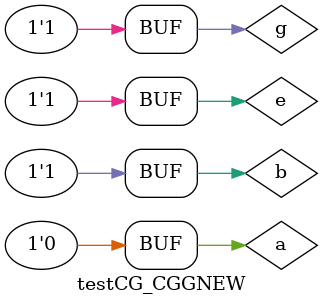
<source format=v>


`timescale  1ns/1ns

module CG_CGG(input a,b,e,g,output w);
  wire gb,bb,eb,o1;
  not #(5) n1(bb,b);
  nand #(8) a1(o1,a,bb,e);
  not #(5) n2(gb,g);
  nand #(8) a2(w,o1,gb);
endmodule


module testCG_CGGNEW();
  reg a=0,b=0,e=0,g=0;
  wire w;
  CG_CGG test3(a,b,e,g,w);
  initial begin 
  a=1;
  #(50) a=0;b=1;e=1;
  #(50) a=1;b=1;e=1;g=1;
  #(50) a=0;b=0;e=0;g=0;
  #(50) b=1;e=1;g=1;
  end
endmodule

</source>
